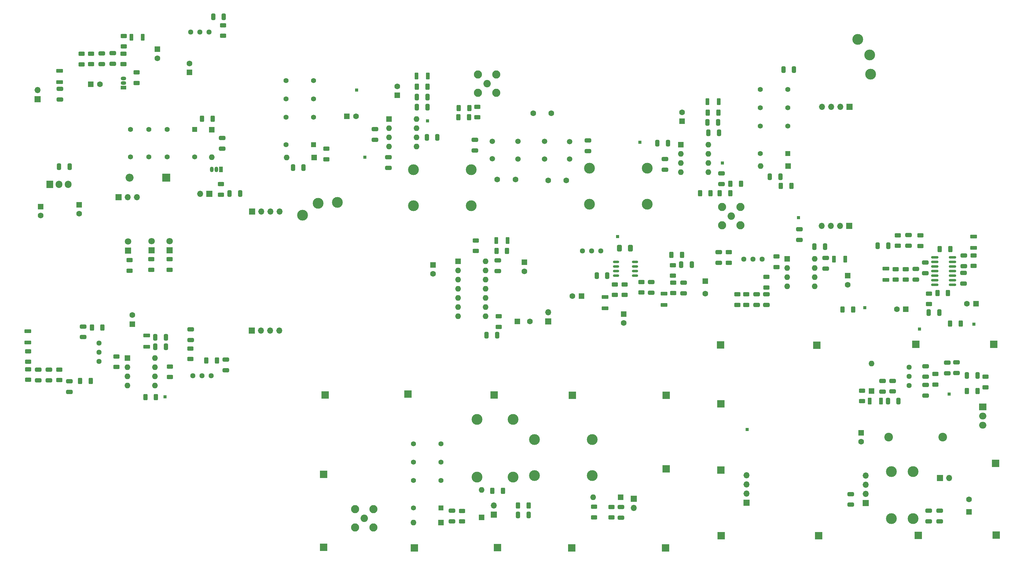
<source format=gbr>
%TF.GenerationSoftware,KiCad,Pcbnew,(6.0.7)*%
%TF.CreationDate,2023-02-22T17:07:51-05:00*%
%TF.ProjectId,Phoenix612 Complete v1,50686f65-6e69-4783-9631-3220436f6d70,rev?*%
%TF.SameCoordinates,Original*%
%TF.FileFunction,Soldermask,Top*%
%TF.FilePolarity,Negative*%
%FSLAX46Y46*%
G04 Gerber Fmt 4.6, Leading zero omitted, Abs format (unit mm)*
G04 Created by KiCad (PCBNEW (6.0.7)) date 2023-02-22 17:07:51*
%MOMM*%
%LPD*%
G01*
G04 APERTURE LIST*
G04 Aperture macros list*
%AMRoundRect*
0 Rectangle with rounded corners*
0 $1 Rounding radius*
0 $2 $3 $4 $5 $6 $7 $8 $9 X,Y pos of 4 corners*
0 Add a 4 corners polygon primitive as box body*
4,1,4,$2,$3,$4,$5,$6,$7,$8,$9,$2,$3,0*
0 Add four circle primitives for the rounded corners*
1,1,$1+$1,$2,$3*
1,1,$1+$1,$4,$5*
1,1,$1+$1,$6,$7*
1,1,$1+$1,$8,$9*
0 Add four rect primitives between the rounded corners*
20,1,$1+$1,$2,$3,$4,$5,0*
20,1,$1+$1,$4,$5,$6,$7,0*
20,1,$1+$1,$6,$7,$8,$9,0*
20,1,$1+$1,$8,$9,$2,$3,0*%
G04 Aperture macros list end*
%ADD10R,1.800000X1.800000*%
%ADD11C,1.800000*%
%ADD12RoundRect,0.250000X0.625000X-0.312500X0.625000X0.312500X-0.625000X0.312500X-0.625000X-0.312500X0*%
%ADD13RoundRect,0.250000X0.325000X0.650000X-0.325000X0.650000X-0.325000X-0.650000X0.325000X-0.650000X0*%
%ADD14RoundRect,0.250000X0.700000X-0.275000X0.700000X0.275000X-0.700000X0.275000X-0.700000X-0.275000X0*%
%ADD15R,2.000000X2.000000*%
%ADD16R,1.600000X1.600000*%
%ADD17C,1.600000*%
%ADD18RoundRect,0.250000X0.650000X-0.325000X0.650000X0.325000X-0.650000X0.325000X-0.650000X-0.325000X0*%
%ADD19C,1.440000*%
%ADD20RoundRect,0.150000X0.675000X0.150000X-0.675000X0.150000X-0.675000X-0.150000X0.675000X-0.150000X0*%
%ADD21RoundRect,0.250000X-0.625000X0.312500X-0.625000X-0.312500X0.625000X-0.312500X0.625000X0.312500X0*%
%ADD22RoundRect,0.150000X-0.825000X-0.150000X0.825000X-0.150000X0.825000X0.150000X-0.825000X0.150000X0*%
%ADD23R,1.700000X1.700000*%
%ADD24O,1.700000X1.700000*%
%ADD25C,1.500000*%
%ADD26R,0.850000X0.850000*%
%ADD27RoundRect,0.250000X0.312500X0.625000X-0.312500X0.625000X-0.312500X-0.625000X0.312500X-0.625000X0*%
%ADD28O,1.600000X1.600000*%
%ADD29C,3.000000*%
%ADD30RoundRect,0.250000X-0.650000X0.325000X-0.650000X-0.325000X0.650000X-0.325000X0.650000X0.325000X0*%
%ADD31RoundRect,0.250000X-0.325000X-0.650000X0.325000X-0.650000X0.325000X0.650000X-0.325000X0.650000X0*%
%ADD32RoundRect,0.250000X-0.275000X-0.700000X0.275000X-0.700000X0.275000X0.700000X-0.275000X0.700000X0*%
%ADD33R,1.400000X1.400000*%
%ADD34C,1.400000*%
%ADD35RoundRect,0.250000X-0.312500X-0.625000X0.312500X-0.625000X0.312500X0.625000X-0.312500X0.625000X0*%
%ADD36RoundRect,0.250000X0.275000X0.700000X-0.275000X0.700000X-0.275000X-0.700000X0.275000X-0.700000X0*%
%ADD37RoundRect,0.250000X-0.700000X0.275000X-0.700000X-0.275000X0.700000X-0.275000X0.700000X0.275000X0*%
%ADD38R,2.000000X1.905000*%
%ADD39O,2.000000X1.905000*%
%ADD40C,2.050000*%
%ADD41C,2.250000*%
%ADD42RoundRect,0.250000X0.412500X0.650000X-0.412500X0.650000X-0.412500X-0.650000X0.412500X-0.650000X0*%
%ADD43R,1.050000X1.500000*%
%ADD44O,1.050000X1.500000*%
%ADD45R,1.905000X2.000000*%
%ADD46O,1.905000X2.000000*%
%ADD47R,2.200000X2.200000*%
%ADD48O,2.200000X2.200000*%
%ADD49C,2.400000*%
%ADD50R,1.500000X1.050000*%
%ADD51O,1.500000X1.050000*%
G04 APERTURE END LIST*
D10*
%TO.C,D4*%
X50863500Y-105024000D03*
D11*
X50863500Y-102484000D03*
%TD*%
D12*
%TO.C,R28*%
X193125000Y-116651500D03*
X193125000Y-113726500D03*
%TD*%
D13*
%TO.C,C46*%
X183678000Y-112014000D03*
X180728000Y-112014000D03*
%TD*%
D14*
%TO.C,L6*%
X183028500Y-121018500D03*
X183028500Y-117868500D03*
%TD*%
D15*
%TO.C,J26*%
X291274500Y-164084000D03*
%TD*%
D16*
%TO.C,C43*%
X210778000Y-113472849D03*
D17*
X210778000Y-116972849D03*
%TD*%
D18*
%TO.C,C80*%
X259905500Y-144169500D03*
X259905500Y-141219500D03*
%TD*%
D19*
%TO.C,RV4*%
X68262500Y-44426500D03*
X70802500Y-44426500D03*
X73342500Y-44426500D03*
%TD*%
D16*
%TO.C,C55*%
X250253500Y-112014000D03*
D17*
X250253500Y-114514000D03*
%TD*%
D20*
%TO.C,U6*%
X191368500Y-111950500D03*
X191368500Y-110680500D03*
X191368500Y-109410500D03*
X191368500Y-108140500D03*
X186118500Y-108140500D03*
X186118500Y-109410500D03*
X186118500Y-110680500D03*
X186118500Y-111950500D03*
%TD*%
D15*
%TO.C,J27*%
X215138000Y-165925500D03*
%TD*%
D13*
%TO.C,C14*%
X136603000Y-73660000D03*
X133653000Y-73660000D03*
%TD*%
D21*
%TO.C,R7*%
X62474000Y-137209000D03*
X62474000Y-140134000D03*
%TD*%
%TO.C,R42*%
X227711000Y-112329500D03*
X227711000Y-115254500D03*
%TD*%
D15*
%TO.C,J45*%
X130175000Y-187515500D03*
%TD*%
%TO.C,J24*%
X215201500Y-184086500D03*
%TD*%
D18*
%TO.C,C66*%
X282457651Y-109361500D03*
X282457651Y-106411500D03*
%TD*%
D22*
%TO.C,U10*%
X274394651Y-106934000D03*
X274394651Y-108204000D03*
X274394651Y-109474000D03*
X274394651Y-110744000D03*
X274394651Y-112014000D03*
X274394651Y-113284000D03*
X274394651Y-114554000D03*
X279344651Y-114554000D03*
X279344651Y-113284000D03*
X279344651Y-112014000D03*
X279344651Y-110744000D03*
X279344651Y-109474000D03*
X279344651Y-108204000D03*
X279344651Y-106934000D03*
%TD*%
D21*
%TO.C,R29*%
X188489500Y-114425000D03*
X188489500Y-117350000D03*
%TD*%
D23*
%TO.C,U11*%
X255270000Y-175052000D03*
D24*
X255270000Y-172512000D03*
X255270000Y-169972000D03*
X255270000Y-167432000D03*
X222250000Y-167386000D03*
X222250000Y-169926000D03*
X222250000Y-172466000D03*
D23*
X222250000Y-175006000D03*
%TD*%
D25*
%TO.C,Y3*%
X166243000Y-74766000D03*
X166243000Y-79646000D03*
%TD*%
D17*
%TO.C,C27*%
X163171500Y-66929000D03*
X168171500Y-66929000D03*
%TD*%
D26*
%TO.C,J7*%
X215519000Y-80708500D03*
%TD*%
D15*
%TO.C,J36*%
X105092500Y-167132000D03*
%TD*%
D27*
%TO.C,R13*%
X74337651Y-68500500D03*
X71412651Y-68500500D03*
%TD*%
D15*
%TO.C,J37*%
X199961500Y-145161000D03*
%TD*%
D23*
%TO.C,U2*%
X85171000Y-127254000D03*
D24*
X87711000Y-127254000D03*
X90251000Y-127254000D03*
X92791000Y-127254000D03*
X92837000Y-94234000D03*
X90297000Y-94234000D03*
X87757000Y-94234000D03*
D23*
X85217000Y-94234000D03*
%TD*%
D16*
%TO.C,D9*%
X137541000Y-180467000D03*
D28*
X129921000Y-180467000D03*
%TD*%
D18*
%TO.C,C78*%
X277876000Y-139079500D03*
X277876000Y-136129500D03*
%TD*%
D15*
%TO.C,J23*%
X290766500Y-131064000D03*
%TD*%
D29*
%TO.C,T5*%
X179513500Y-157433000D03*
X163513500Y-157433000D03*
X179513500Y-167433000D03*
X163513500Y-167433000D03*
%TD*%
D26*
%TO.C,J4*%
X133858000Y-69088000D03*
%TD*%
D30*
%TO.C,C35*%
X153299000Y-107740000D03*
X153299000Y-110690000D03*
%TD*%
D18*
%TO.C,C87*%
X68199000Y-129872000D03*
X68199000Y-126922000D03*
%TD*%
D15*
%TO.C,J25*%
X215138000Y-147574000D03*
%TD*%
D23*
%TO.C,J3*%
X73378500Y-89281000D03*
D24*
X70838500Y-89281000D03*
%TD*%
D12*
%TO.C,R23*%
X105854500Y-79694500D03*
X105854500Y-76769500D03*
%TD*%
D15*
%TO.C,J46*%
X105029000Y-187325000D03*
%TD*%
D25*
%TO.C,Y4*%
X173228000Y-79666000D03*
X173228000Y-74786000D03*
%TD*%
D30*
%TO.C,C23*%
X119253000Y-71359500D03*
X119253000Y-74309500D03*
%TD*%
D21*
%TO.C,R41*%
X222123000Y-117155500D03*
X222123000Y-120080500D03*
%TD*%
D27*
%TO.C,R60*%
X154751500Y-171640500D03*
X151826500Y-171640500D03*
%TD*%
D31*
%TO.C,C17*%
X130922500Y-62420500D03*
X133872500Y-62420500D03*
%TD*%
D18*
%TO.C,C61*%
X214566500Y-108409000D03*
X214566500Y-105459000D03*
%TD*%
D27*
%TO.C,R8*%
X43807000Y-126352500D03*
X40882000Y-126352500D03*
%TD*%
D16*
%TO.C,D6*%
X102425500Y-79248000D03*
D28*
X94805500Y-79248000D03*
%TD*%
D32*
%TO.C,L13*%
X256362000Y-146812000D03*
X259512000Y-146812000D03*
%TD*%
D18*
%TO.C,C64*%
X267154151Y-103710000D03*
X267154151Y-100760000D03*
%TD*%
D29*
%TO.C,T4*%
X268366500Y-179347000D03*
X268366500Y-166347000D03*
X262366500Y-179347000D03*
X262366500Y-166347000D03*
%TD*%
D12*
%TO.C,R3*%
X31867000Y-140959500D03*
X31867000Y-138034500D03*
%TD*%
D32*
%TO.C,L4*%
X152930500Y-102230000D03*
X156080500Y-102230000D03*
%TD*%
D33*
%TO.C,K4*%
X137557000Y-176434000D03*
D34*
X137557000Y-168814000D03*
X137557000Y-163734000D03*
X137557000Y-158654000D03*
X129937000Y-158654000D03*
X129937000Y-163734000D03*
X129937000Y-168814000D03*
X129937000Y-176434000D03*
%TD*%
D25*
%TO.C,Y1*%
X151765000Y-74702500D03*
X151765000Y-79582500D03*
%TD*%
D30*
%TO.C,C67*%
X282394151Y-111237500D03*
X282394151Y-114187500D03*
%TD*%
D16*
%TO.C,C71*%
X254000000Y-155565349D03*
D17*
X254000000Y-158065349D03*
%TD*%
D31*
%TO.C,C15*%
X130922500Y-65278000D03*
X133872500Y-65278000D03*
%TD*%
D35*
%TO.C,R50*%
X275153151Y-116840000D03*
X278078151Y-116840000D03*
%TD*%
D36*
%TO.C,L7*%
X54978500Y-45823500D03*
X51828500Y-45823500D03*
%TD*%
D30*
%TO.C,C81*%
X271843500Y-142299000D03*
X271843500Y-145249000D03*
%TD*%
D26*
%TO.C,J14*%
X236664500Y-95885000D03*
%TD*%
D23*
%TO.C,J20*%
X275839000Y-168148000D03*
D24*
X278379000Y-168148000D03*
%TD*%
D12*
%TO.C,R54*%
X266328651Y-113095500D03*
X266328651Y-110170500D03*
%TD*%
D16*
%TO.C,C49*%
X58991500Y-49189000D03*
D17*
X58991500Y-51689000D03*
%TD*%
D31*
%TO.C,C29*%
X197544000Y-75257500D03*
X200494000Y-75257500D03*
%TD*%
D35*
%TO.C,R20*%
X214818500Y-89154000D03*
X217743500Y-89154000D03*
%TD*%
D23*
%TO.C,J34*%
X191008000Y-173863000D03*
D24*
X191008000Y-176403000D03*
%TD*%
D37*
%TO.C,L11*%
X260867651Y-110058000D03*
X260867651Y-113208000D03*
%TD*%
D31*
%TO.C,C54*%
X241031500Y-103949500D03*
X243981500Y-103949500D03*
%TD*%
D30*
%TO.C,C60*%
X236918500Y-99109000D03*
X236918500Y-102059000D03*
%TD*%
D27*
%TO.C,R19*%
X214451500Y-66748500D03*
X211526500Y-66748500D03*
%TD*%
D38*
%TO.C,Q3*%
X287726000Y-148399500D03*
D39*
X287726000Y-150939500D03*
X287726000Y-153479500D03*
%TD*%
D15*
%TO.C,J29*%
X269113000Y-131000500D03*
%TD*%
D16*
%TO.C,D10*%
X148844000Y-179070000D03*
D28*
X148844000Y-171450000D03*
%TD*%
D21*
%TO.C,R2*%
X23167500Y-137971000D03*
X23167500Y-140896000D03*
%TD*%
D16*
%TO.C,U8*%
X233489500Y-107315000D03*
D28*
X233489500Y-109855000D03*
X233489500Y-112395000D03*
X233489500Y-114935000D03*
X241109500Y-114935000D03*
X241109500Y-112395000D03*
X241109500Y-109855000D03*
X241109500Y-107315000D03*
%TD*%
D35*
%TO.C,R22*%
X217803000Y-86487000D03*
X220728000Y-86487000D03*
%TD*%
D15*
%TO.C,J21*%
X241744500Y-131318000D03*
%TD*%
D19*
%TO.C,RV5*%
X226568000Y-107378500D03*
X224028000Y-107378500D03*
X221488000Y-107378500D03*
%TD*%
D13*
%TO.C,C77*%
X286272500Y-139700000D03*
X283322500Y-139700000D03*
%TD*%
D12*
%TO.C,R44*%
X230558500Y-109593000D03*
X230558500Y-106668000D03*
%TD*%
D30*
%TO.C,C57*%
X227711000Y-117143000D03*
X227711000Y-120093000D03*
%TD*%
D16*
%TO.C,U7*%
X142313500Y-108008500D03*
D28*
X142313500Y-110548500D03*
X142313500Y-113088500D03*
X142313500Y-115628500D03*
X142313500Y-118168500D03*
X142313500Y-120708500D03*
X142313500Y-123248500D03*
X149933500Y-123248500D03*
X149933500Y-120708500D03*
X149933500Y-118168500D03*
X149933500Y-115628500D03*
X149933500Y-113088500D03*
X149933500Y-110548500D03*
X149933500Y-108008500D03*
%TD*%
D12*
%TO.C,R40*%
X219710000Y-120080500D03*
X219710000Y-117155500D03*
%TD*%
D21*
%TO.C,R47*%
X270392651Y-100836000D03*
X270392651Y-103761000D03*
%TD*%
%TO.C,R11*%
X62357000Y-107435000D03*
X62357000Y-110360000D03*
%TD*%
D14*
%TO.C,L10*%
X285124651Y-104318000D03*
X285124651Y-101168000D03*
%TD*%
D15*
%TO.C,J38*%
X173990000Y-145161000D03*
%TD*%
D23*
%TO.C,U9*%
X250744000Y-65151000D03*
D24*
X248204000Y-65151000D03*
X245664000Y-65151000D03*
X243124000Y-65151000D03*
X243078000Y-98171000D03*
X245618000Y-98171000D03*
X248158000Y-98171000D03*
D23*
X250698000Y-98171000D03*
%TD*%
D30*
%TO.C,C32*%
X199644000Y-79614500D03*
X199644000Y-82564500D03*
%TD*%
D12*
%TO.C,R58*%
X254254000Y-146814000D03*
X254254000Y-143889000D03*
%TD*%
D19*
%TO.C,RV3*%
X181895500Y-105092500D03*
X179355500Y-105092500D03*
X176815500Y-105092500D03*
%TD*%
D16*
%TO.C,D11*%
X187325000Y-173418500D03*
D28*
X179705000Y-173418500D03*
%TD*%
D16*
%TO.C,C16*%
X125476000Y-61985651D03*
D17*
X125476000Y-59485651D03*
%TD*%
D23*
%TO.C,J2*%
X48275000Y-90233500D03*
D24*
X50815000Y-90233500D03*
X53355000Y-90233500D03*
%TD*%
D18*
%TO.C,C83*%
X262699500Y-144106000D03*
X262699500Y-141156000D03*
%TD*%
D12*
%TO.C,R63*%
X184848500Y-179072000D03*
X184848500Y-176147000D03*
%TD*%
D21*
%TO.C,R53*%
X263598151Y-110170500D03*
X263598151Y-113095500D03*
%TD*%
D40*
%TO.C,J32*%
X116332000Y-179260500D03*
D41*
X113792000Y-176720500D03*
X118872000Y-181800500D03*
X113792000Y-181800500D03*
X118872000Y-176720500D03*
%TD*%
D13*
%TO.C,C37*%
X207109500Y-108902500D03*
X204159500Y-108902500D03*
%TD*%
D16*
%TO.C,C10*%
X37338000Y-92321500D03*
D17*
X37338000Y-94821500D03*
%TD*%
D30*
%TO.C,C56*%
X244157500Y-107046500D03*
X244157500Y-109996500D03*
%TD*%
D40*
%TO.C,J5*%
X150368000Y-58737500D03*
D41*
X147828000Y-61277500D03*
X152908000Y-56197500D03*
X147828000Y-56197500D03*
X152908000Y-61277500D03*
%TD*%
D15*
%TO.C,J44*%
X199961500Y-165544500D03*
%TD*%
D21*
%TO.C,R1*%
X23167500Y-132954500D03*
X23167500Y-135879500D03*
%TD*%
%TO.C,R12*%
X51308000Y-107689000D03*
X51308000Y-110614000D03*
%TD*%
D31*
%TO.C,C72*%
X261415000Y-146812000D03*
X264365000Y-146812000D03*
%TD*%
D35*
%TO.C,R17*%
X142428500Y-68008500D03*
X145353500Y-68008500D03*
%TD*%
D16*
%TO.C,D8*%
X256857500Y-144028000D03*
D28*
X256857500Y-136408000D03*
%TD*%
D21*
%TO.C,R34*%
X49657000Y-45504000D03*
X49657000Y-48429000D03*
%TD*%
D18*
%TO.C,C82*%
X271843500Y-140042000D03*
X271843500Y-137092000D03*
%TD*%
D26*
%TO.C,J15*%
X255016000Y-120904000D03*
%TD*%
D16*
%TO.C,U5*%
X204035500Y-75638500D03*
D28*
X204035500Y-78178500D03*
X204035500Y-80718500D03*
X204035500Y-83258500D03*
X211655500Y-83258500D03*
X211655500Y-80718500D03*
X211655500Y-78178500D03*
X211655500Y-75638500D03*
%TD*%
D15*
%TO.C,J43*%
X199771000Y-187515500D03*
%TD*%
D13*
%TO.C,C30*%
X99519000Y-81978500D03*
X96569000Y-81978500D03*
%TD*%
D31*
%TO.C,C63*%
X258557500Y-103695500D03*
X261507500Y-103695500D03*
%TD*%
D26*
%TO.C,J16*%
X270192500Y-126809500D03*
%TD*%
D23*
%TO.C,J13*%
X25844500Y-63037000D03*
D24*
X25844500Y-60497000D03*
%TD*%
D31*
%TO.C,C21*%
X211450500Y-69479000D03*
X214400500Y-69479000D03*
%TD*%
D16*
%TO.C,C45*%
X176497651Y-117665500D03*
D17*
X173997651Y-117665500D03*
%TD*%
D23*
%TO.C,J33*%
X152209500Y-178249500D03*
D24*
X152209500Y-175709500D03*
%TD*%
D21*
%TO.C,R35*%
X40640000Y-50393500D03*
X40640000Y-53318500D03*
%TD*%
D30*
%TO.C,C4*%
X28946000Y-138085500D03*
X28946000Y-141035500D03*
%TD*%
D16*
%TO.C,C50*%
X67881500Y-55626000D03*
D17*
X67881500Y-53126000D03*
%TD*%
D18*
%TO.C,C79*%
X280416000Y-139016000D03*
X280416000Y-136066000D03*
%TD*%
D31*
%TO.C,C1*%
X58459000Y-129083000D03*
X61409000Y-129083000D03*
%TD*%
D35*
%TO.C,R43*%
X248854500Y-121412000D03*
X251779500Y-121412000D03*
%TD*%
D15*
%TO.C,J35*%
X152273000Y-145097500D03*
%TD*%
D14*
%TO.C,L5*%
X199348000Y-120129500D03*
X199348000Y-116979500D03*
%TD*%
D37*
%TO.C,L14*%
X23114000Y-127393500D03*
X23114000Y-130543500D03*
%TD*%
D17*
%TO.C,C26*%
X158202000Y-85344000D03*
X153202000Y-85344000D03*
%TD*%
D21*
%TO.C,R36*%
X49593500Y-50393500D03*
X49593500Y-53318500D03*
%TD*%
D19*
%TO.C,RV1*%
X42852500Y-135814000D03*
X42852500Y-133274000D03*
X42852500Y-130734000D03*
%TD*%
D12*
%TO.C,R48*%
X272805651Y-119890000D03*
X272805651Y-116965000D03*
%TD*%
D13*
%TO.C,C62*%
X275677651Y-122237500D03*
X272727651Y-122237500D03*
%TD*%
D16*
%TO.C,C65*%
X285823151Y-119761000D03*
D17*
X283323151Y-119761000D03*
%TD*%
D13*
%TO.C,C11*%
X34685500Y-81724500D03*
X31735500Y-81724500D03*
%TD*%
D33*
%TO.C,K1*%
X69309500Y-71421500D03*
D34*
X61689500Y-71421500D03*
X56609500Y-71421500D03*
X51529500Y-71421500D03*
X51529500Y-79041500D03*
X56609500Y-79041500D03*
X61689500Y-79041500D03*
X69309500Y-79041500D03*
%TD*%
D35*
%TO.C,R24*%
X231773000Y-87122000D03*
X234698000Y-87122000D03*
%TD*%
D14*
%TO.C,L8*%
X31940500Y-58320500D03*
X31940500Y-55170500D03*
%TD*%
D26*
%TO.C,J8*%
X116459000Y-79121000D03*
%TD*%
D18*
%TO.C,C6*%
X34597500Y-144210500D03*
X34597500Y-141260500D03*
%TD*%
D26*
%TO.C,J6*%
X114236500Y-60515500D03*
%TD*%
D18*
%TO.C,C73*%
X272732500Y-180100500D03*
X272732500Y-177150500D03*
%TD*%
D23*
%TO.C,J12*%
X167269000Y-124714000D03*
D24*
X167269000Y-122174000D03*
%TD*%
D40*
%TO.C,J9*%
X217995500Y-95504000D03*
D41*
X220535500Y-92964000D03*
X215455500Y-92964000D03*
X220535500Y-98044000D03*
X215455500Y-98044000D03*
%TD*%
D31*
%TO.C,C59*%
X232459000Y-54864000D03*
X235409000Y-54864000D03*
%TD*%
D21*
%TO.C,R32*%
X201824500Y-109091000D03*
X201824500Y-112016000D03*
%TD*%
D12*
%TO.C,R6*%
X47678500Y-137340000D03*
X47678500Y-134415000D03*
%TD*%
D26*
%TO.C,J19*%
X278384000Y-144843500D03*
%TD*%
D27*
%TO.C,R15*%
X133860000Y-59563000D03*
X130935000Y-59563000D03*
%TD*%
D13*
%TO.C,C40*%
X153123000Y-128455500D03*
X150173000Y-128455500D03*
%TD*%
D30*
%TO.C,C58*%
X225044000Y-117143000D03*
X225044000Y-120093000D03*
%TD*%
D31*
%TO.C,C3*%
X58395500Y-131750000D03*
X61345500Y-131750000D03*
%TD*%
D32*
%TO.C,L2*%
X130822500Y-56578500D03*
X133972500Y-56578500D03*
%TD*%
D16*
%TO.C,C74*%
X283908500Y-177547651D03*
D17*
X283908500Y-174047651D03*
%TD*%
D42*
%TO.C,C38*%
X190115500Y-104330500D03*
X186990500Y-104330500D03*
%TD*%
D43*
%TO.C,Q1*%
X76612000Y-82555000D03*
D44*
X75342000Y-82555000D03*
X74072000Y-82555000D03*
%TD*%
D30*
%TO.C,C22*%
X178308000Y-74517500D03*
X178308000Y-77467500D03*
%TD*%
D15*
%TO.C,J22*%
X269811500Y-184023000D03*
%TD*%
D27*
%TO.C,R61*%
X161849000Y-175704500D03*
X158924000Y-175704500D03*
%TD*%
D26*
%TO.C,J18*%
X222440500Y-154686000D03*
%TD*%
D35*
%TO.C,R16*%
X142492000Y-65468500D03*
X145417000Y-65468500D03*
%TD*%
D16*
%TO.C,C52*%
X40566849Y-58904500D03*
D17*
X43066849Y-58904500D03*
%TD*%
D30*
%TO.C,C5*%
X25961500Y-138085500D03*
X25961500Y-141035500D03*
%TD*%
D29*
%TO.C,TR1*%
X99250500Y-95236000D03*
X103568500Y-91934000D03*
X108902500Y-91680000D03*
%TD*%
D35*
%TO.C,R9*%
X72568500Y-135509000D03*
X75493500Y-135509000D03*
%TD*%
D12*
%TO.C,R38*%
X77216000Y-45444500D03*
X77216000Y-42519500D03*
%TD*%
D29*
%TO.C,T1*%
X129985500Y-92630000D03*
X145985500Y-92630000D03*
X129985500Y-82630000D03*
X145985500Y-82630000D03*
%TD*%
D16*
%TO.C,C18*%
X111506000Y-67754500D03*
D17*
X114006000Y-67754500D03*
%TD*%
D35*
%TO.C,R4*%
X55677500Y-145669000D03*
X58602500Y-145669000D03*
%TD*%
D15*
%TO.C,J31*%
X291401500Y-183959500D03*
%TD*%
%TO.C,J30*%
X215011000Y-131191000D03*
%TD*%
%TO.C,J42*%
X173799500Y-187515500D03*
%TD*%
D16*
%TO.C,C20*%
X204416500Y-69161500D03*
D17*
X204416500Y-66661500D03*
%TD*%
D30*
%TO.C,C28*%
X122999500Y-79170000D03*
X122999500Y-82120000D03*
%TD*%
D21*
%TO.C,R52*%
X285124651Y-106360500D03*
X285124651Y-109285500D03*
%TD*%
D30*
%TO.C,C53*%
X32004000Y-60160000D03*
X32004000Y-63110000D03*
%TD*%
D21*
%TO.C,R10*%
X57277000Y-107435000D03*
X57277000Y-110360000D03*
%TD*%
D30*
%TO.C,C44*%
X204809000Y-113904500D03*
X204809000Y-116854500D03*
%TD*%
D31*
%TO.C,C51*%
X74471000Y-40181651D03*
X77421000Y-40181651D03*
%TD*%
D35*
%TO.C,R64*%
X37592000Y-141224000D03*
X40517000Y-141224000D03*
%TD*%
%TO.C,R51*%
X275788151Y-104584500D03*
X278713151Y-104584500D03*
%TD*%
D16*
%TO.C,D5*%
X74072000Y-71485000D03*
D28*
X74072000Y-79105000D03*
%TD*%
D26*
%TO.C,J1*%
X61140500Y-145605500D03*
%TD*%
D35*
%TO.C,R46*%
X278645651Y-125285500D03*
X281570651Y-125285500D03*
%TD*%
D12*
%TO.C,R57*%
X274574000Y-142188500D03*
X274574000Y-139263500D03*
%TD*%
D25*
%TO.C,Y2*%
X158877000Y-79602500D03*
X158877000Y-74722500D03*
%TD*%
D30*
%TO.C,C8*%
X77968000Y-135304000D03*
X77968000Y-138254000D03*
%TD*%
%TO.C,C76*%
X251079000Y-172564000D03*
X251079000Y-175514000D03*
%TD*%
D16*
%TO.C,C9*%
X26670000Y-92827349D03*
D17*
X26670000Y-95327349D03*
%TD*%
D18*
%TO.C,C70*%
X269186151Y-113108000D03*
X269186151Y-110158000D03*
%TD*%
D10*
%TO.C,D3*%
X62357000Y-104965500D03*
D11*
X62357000Y-102425500D03*
%TD*%
D33*
%TO.C,K3*%
X233696000Y-78136000D03*
D34*
X233696000Y-70516000D03*
X233696000Y-65436000D03*
X233696000Y-60356000D03*
X226076000Y-60356000D03*
X226076000Y-65436000D03*
X226076000Y-70516000D03*
X226076000Y-78136000D03*
%TD*%
D21*
%TO.C,R45*%
X217297000Y-105471500D03*
X217297000Y-108396500D03*
%TD*%
D45*
%TO.C,U3*%
X29210000Y-86670000D03*
D46*
X31750000Y-86670000D03*
X34290000Y-86670000D03*
%TD*%
D12*
%TO.C,R62*%
X179959000Y-179010500D03*
X179959000Y-176085500D03*
%TD*%
D18*
%TO.C,C75*%
X275780500Y-180100500D03*
X275780500Y-177150500D03*
%TD*%
D30*
%TO.C,C86*%
X187452000Y-176198000D03*
X187452000Y-179148000D03*
%TD*%
D13*
%TO.C,C33*%
X231662500Y-84518500D03*
X228712500Y-84518500D03*
%TD*%
D16*
%TO.C,U1*%
X50736500Y-134871500D03*
D28*
X50736500Y-137411500D03*
X50736500Y-139951500D03*
X50736500Y-142491500D03*
X58356500Y-142491500D03*
X58356500Y-139951500D03*
X58356500Y-137411500D03*
X58356500Y-134871500D03*
%TD*%
D21*
%TO.C,R14*%
X76612000Y-86596000D03*
X76612000Y-89521000D03*
%TD*%
D15*
%TO.C,J28*%
X242189000Y-184150000D03*
%TD*%
D29*
%TO.C,T2*%
X178753500Y-92185500D03*
X194753500Y-92185500D03*
X178753500Y-82185500D03*
X194753500Y-82185500D03*
%TD*%
D21*
%TO.C,R49*%
X264169651Y-100772500D03*
X264169651Y-103697500D03*
%TD*%
D32*
%TO.C,L3*%
X211414000Y-63764000D03*
X214564000Y-63764000D03*
%TD*%
D18*
%TO.C,C31*%
X215328500Y-86565000D03*
X215328500Y-83615000D03*
%TD*%
D26*
%TO.C,J10*%
X192722500Y-74993500D03*
%TD*%
D21*
%TO.C,R27*%
X153616500Y-123246500D03*
X153616500Y-126171500D03*
%TD*%
D29*
%TO.C,TR2*%
X253061500Y-46418500D03*
X256363500Y-50736500D03*
X256617500Y-56070500D03*
%TD*%
D18*
%TO.C,C41*%
X195792000Y-116727500D03*
X195792000Y-113777500D03*
%TD*%
D15*
%TO.C,J41*%
X128460500Y-144843500D03*
%TD*%
D27*
%TO.C,R25*%
X155906500Y-105087500D03*
X152981500Y-105087500D03*
%TD*%
D26*
%TO.C,J17*%
X285251651Y-125412500D03*
%TD*%
D16*
%TO.C,C68*%
X266392151Y-121285000D03*
D17*
X263892151Y-121285000D03*
%TD*%
D13*
%TO.C,C13*%
X81929500Y-89217500D03*
X78979500Y-89217500D03*
%TD*%
D16*
%TO.C,C36*%
X135392000Y-109014849D03*
D17*
X135392000Y-111514849D03*
%TD*%
D12*
%TO.C,R39*%
X37973000Y-53382000D03*
X37973000Y-50457000D03*
%TD*%
D15*
%TO.C,J39*%
X105473500Y-145097500D03*
%TD*%
D16*
%TO.C,C39*%
X158758349Y-124709000D03*
D17*
X162258349Y-124709000D03*
%TD*%
D12*
%TO.C,R55*%
X288480500Y-142940500D03*
X288480500Y-140015500D03*
%TD*%
%TO.C,R59*%
X143446500Y-180151500D03*
X143446500Y-177226500D03*
%TD*%
D31*
%TO.C,C19*%
X211641000Y-72336500D03*
X214591000Y-72336500D03*
%TD*%
D16*
%TO.C,U4*%
X123200000Y-68526500D03*
D28*
X123200000Y-71066500D03*
X123200000Y-73606500D03*
X123200000Y-76146500D03*
X130820000Y-76146500D03*
X130820000Y-73606500D03*
X130820000Y-71066500D03*
X130820000Y-68526500D03*
%TD*%
D33*
%TO.C,K2*%
X102298500Y-75692000D03*
D34*
X102298500Y-68072000D03*
X102298500Y-62992000D03*
X102298500Y-57912000D03*
X94678500Y-57912000D03*
X94678500Y-62992000D03*
X94678500Y-68072000D03*
X94678500Y-75692000D03*
%TD*%
D19*
%TO.C,RV6*%
X267271500Y-137414000D03*
X267271500Y-139954000D03*
X267271500Y-142494000D03*
%TD*%
D12*
%TO.C,R31*%
X185759000Y-117350000D03*
X185759000Y-114425000D03*
%TD*%
D30*
%TO.C,C12*%
X76993000Y-73820000D03*
X76993000Y-76770000D03*
%TD*%
%TO.C,C69*%
X271789651Y-108380000D03*
X271789651Y-111330000D03*
%TD*%
%TO.C,C7*%
X38407500Y-126084000D03*
X38407500Y-129034000D03*
%TD*%
D16*
%TO.C,C2*%
X52060000Y-125409651D03*
D17*
X52060000Y-122909651D03*
%TD*%
D19*
%TO.C,RV2*%
X68824000Y-139763500D03*
X71364000Y-139763500D03*
X73904000Y-139763500D03*
%TD*%
D47*
%TO.C,D1*%
X61468000Y-84836000D03*
D48*
X51308000Y-84836000D03*
%TD*%
D30*
%TO.C,C48*%
X46609000Y-50254000D03*
X46609000Y-53204000D03*
%TD*%
D26*
%TO.C,J11*%
X186521000Y-101155500D03*
%TD*%
D49*
%TO.C,L12*%
X261613000Y-156781500D03*
X276613000Y-156781500D03*
%TD*%
D36*
%TO.C,L9*%
X249606000Y-107378500D03*
X246456000Y-107378500D03*
%TD*%
D21*
%TO.C,R18*%
X147637500Y-65149000D03*
X147637500Y-68074000D03*
%TD*%
D37*
%TO.C,L1*%
X56060500Y-128587500D03*
X56060500Y-131737500D03*
%TD*%
D17*
%TO.C,C25*%
X172299000Y-85534500D03*
X167299000Y-85534500D03*
%TD*%
D31*
%TO.C,C84*%
X158926000Y-178371500D03*
X161876000Y-178371500D03*
%TD*%
D12*
%TO.C,R5*%
X68189000Y-135130000D03*
X68189000Y-132205000D03*
%TD*%
D16*
%TO.C,C34*%
X160728500Y-108262500D03*
D17*
X160728500Y-110762500D03*
%TD*%
D35*
%TO.C,R33*%
X201441500Y-106235500D03*
X204366500Y-106235500D03*
%TD*%
D15*
%TO.C,J40*%
X153225500Y-187452000D03*
%TD*%
D12*
%TO.C,R37*%
X53276500Y-58525500D03*
X53276500Y-55600500D03*
%TD*%
D18*
%TO.C,C24*%
X147002500Y-77291500D03*
X147002500Y-74341500D03*
%TD*%
D10*
%TO.C,D2*%
X57394349Y-104960500D03*
D11*
X57394349Y-102420500D03*
%TD*%
D27*
%TO.C,R21*%
X212282500Y-89154000D03*
X209357500Y-89154000D03*
%TD*%
D12*
%TO.C,R30*%
X201951500Y-116842000D03*
X201951500Y-113917000D03*
%TD*%
D50*
%TO.C,Q2*%
X49636000Y-59857000D03*
D51*
X49636000Y-58587000D03*
X49636000Y-57317000D03*
%TD*%
D30*
%TO.C,C47*%
X43561000Y-50317500D03*
X43561000Y-53267500D03*
%TD*%
D21*
%TO.C,R26*%
X147193000Y-102233000D03*
X147193000Y-105158000D03*
%TD*%
D16*
%TO.C,D7*%
X233743500Y-81597500D03*
D28*
X226123500Y-81597500D03*
%TD*%
D16*
%TO.C,C42*%
X188235500Y-122608849D03*
D17*
X188235500Y-125108849D03*
%TD*%
D29*
%TO.C,T6*%
X157543500Y-167830500D03*
X157543500Y-151830500D03*
X147543500Y-167830500D03*
X147543500Y-151830500D03*
%TD*%
D35*
%TO.C,R56*%
X283335000Y-144018000D03*
X286260000Y-144018000D03*
%TD*%
D18*
%TO.C,C85*%
X140652500Y-180100500D03*
X140652500Y-177150500D03*
%TD*%
M02*

</source>
